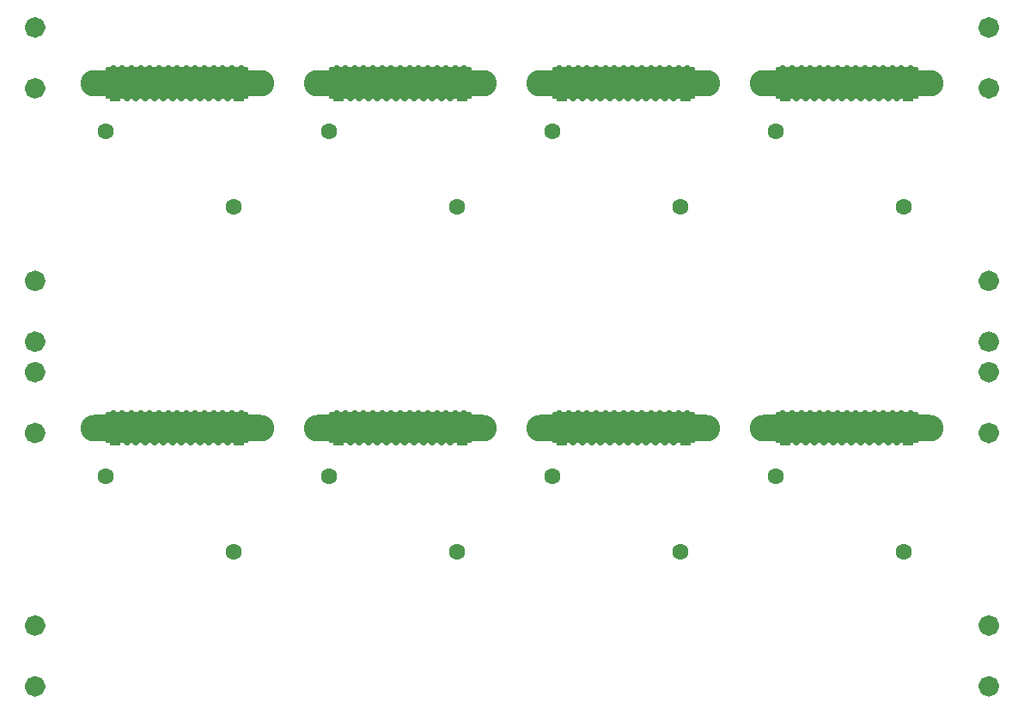
<source format=gbs>
G04 #@! TF.GenerationSoftware,KiCad,Pcbnew,8.0.2-1*
G04 #@! TF.CreationDate,2024-07-25T16:39:03+09:00*
G04 #@! TF.ProjectId,leafony-lora-abz_Panelized_Ver1.2,6c656166-6f6e-4792-9d6c-6f72612d6162,rev?*
G04 #@! TF.SameCoordinates,PX4a62f80PY7829b80*
G04 #@! TF.FileFunction,Soldermask,Bot*
G04 #@! TF.FilePolarity,Negative*
%FSLAX46Y46*%
G04 Gerber Fmt 4.6, Leading zero omitted, Abs format (unit mm)*
G04 Created by KiCad (PCBNEW 8.0.2-1) date 2024-07-25 16:39:03*
%MOMM*%
%LPD*%
G01*
G04 APERTURE LIST*
G04 Aperture macros list*
%AMRoundRect*
0 Rectangle with rounded corners*
0 $1 Rounding radius*
0 $2 $3 $4 $5 $6 $7 $8 $9 X,Y pos of 4 corners*
0 Add a 4 corners polygon primitive as box body*
4,1,4,$2,$3,$4,$5,$6,$7,$8,$9,$2,$3,0*
0 Add four circle primitives for the rounded corners*
1,1,$1+$1,$2,$3*
1,1,$1+$1,$4,$5*
1,1,$1+$1,$6,$7*
1,1,$1+$1,$8,$9*
0 Add four rect primitives between the rounded corners*
20,1,$1+$1,$2,$3,$4,$5,0*
20,1,$1+$1,$4,$5,$6,$7,0*
20,1,$1+$1,$6,$7,$8,$9,0*
20,1,$1+$1,$8,$9,$2,$3,0*%
%AMFreePoly0*
4,1,33,0.069195,0.917427,0.167101,0.881793,0.182140,0.873110,0.261953,0.806138,0.273114,0.792836,0.325209,0.702606,0.331148,0.686288,0.349240,0.583682,0.349240,0.566318,0.331148,0.463712,0.325209,0.447394,0.275000,0.360430,0.275000,-0.575000,0.260355,-0.610355,0.225000,-0.625000,-0.225000,-0.625000,-0.260355,-0.610355,-0.275000,-0.575000,-0.275000,0.360430,-0.325209,0.447394,
-0.331148,0.463712,-0.349240,0.566318,-0.349240,0.583682,-0.331148,0.686288,-0.325209,0.702606,-0.273114,0.792836,-0.261953,0.806138,-0.182140,0.873110,-0.167101,0.881793,-0.069195,0.917427,-0.052094,0.920442,0.052094,0.920442,0.069195,0.917427,0.069195,0.917427,$1*%
G04 Aperture macros list end*
%ADD10C,0.150000*%
%ADD11C,1.050000*%
%ADD12C,2.590000*%
%ADD13RoundRect,0.050000X-0.450000X-0.725000X0.450000X-0.725000X0.450000X0.725000X-0.450000X0.725000X0*%
%ADD14FreePoly0,0.000000*%
%ADD15FreePoly0,180.000000*%
%ADD16C,1.600000*%
G04 APERTURE END LIST*
D10*
X25250000Y67300000D02*
X23950000Y67300000D01*
X23950000Y69700000D01*
X25250000Y69700000D01*
X25250000Y67300000D01*
G36*
X25250000Y67300000D02*
G01*
X23950000Y67300000D01*
X23950000Y69700000D01*
X25250000Y69700000D01*
X25250000Y67300000D01*
G37*
D11*
X97525000Y49000000D02*
G75*
G02*
X96475000Y49000000I-525000J0D01*
G01*
X96475000Y49000000D02*
G75*
G02*
X97525000Y49000000I525000J0D01*
G01*
X97525000Y15000000D02*
G75*
G02*
X96475000Y15000000I-525000J0D01*
G01*
X96475000Y15000000D02*
G75*
G02*
X97525000Y15000000I525000J0D01*
G01*
X3525000Y74000000D02*
G75*
G02*
X2475000Y74000000I-525000J0D01*
G01*
X2475000Y74000000D02*
G75*
G02*
X3525000Y74000000I525000J0D01*
G01*
D10*
X91250000Y67300000D02*
X89950000Y67300000D01*
X89950000Y69700000D01*
X91250000Y69700000D01*
X91250000Y67300000D01*
G36*
X91250000Y67300000D02*
G01*
X89950000Y67300000D01*
X89950000Y69700000D01*
X91250000Y69700000D01*
X91250000Y67300000D01*
G37*
D11*
X97525000Y34000000D02*
G75*
G02*
X96475000Y34000000I-525000J0D01*
G01*
X96475000Y34000000D02*
G75*
G02*
X97525000Y34000000I525000J0D01*
G01*
D10*
X69250000Y67300000D02*
X67950000Y67300000D01*
X67950000Y69700000D01*
X69250000Y69700000D01*
X69250000Y67300000D01*
G36*
X69250000Y67300000D02*
G01*
X67950000Y67300000D01*
X67950000Y69700000D01*
X69250000Y69700000D01*
X69250000Y67300000D01*
G37*
D11*
X3525000Y15000000D02*
G75*
G02*
X2475000Y15000000I-525000J0D01*
G01*
X2475000Y15000000D02*
G75*
G02*
X3525000Y15000000I525000J0D01*
G01*
D10*
X47250000Y33300000D02*
X45950000Y33300000D01*
X45950000Y35700000D01*
X47250000Y35700000D01*
X47250000Y33300000D01*
G36*
X47250000Y33300000D02*
G01*
X45950000Y33300000D01*
X45950000Y35700000D01*
X47250000Y35700000D01*
X47250000Y33300000D01*
G37*
D11*
X3525000Y43000000D02*
G75*
G02*
X2475000Y43000000I-525000J0D01*
G01*
X2475000Y43000000D02*
G75*
G02*
X3525000Y43000000I525000J0D01*
G01*
D10*
X67950000Y67100000D02*
X54050000Y67100000D01*
X54050000Y70000000D01*
X67950000Y70000000D01*
X67950000Y67100000D01*
G36*
X67950000Y67100000D02*
G01*
X54050000Y67100000D01*
X54050000Y70000000D01*
X67950000Y70000000D01*
X67950000Y67100000D01*
G37*
X54050000Y33300000D02*
X52750000Y33300000D01*
X52750000Y35700000D01*
X54050000Y35700000D01*
X54050000Y33300000D01*
G36*
X54050000Y33300000D02*
G01*
X52750000Y33300000D01*
X52750000Y35700000D01*
X54050000Y35700000D01*
X54050000Y33300000D01*
G37*
X69250000Y33300000D02*
X67950000Y33300000D01*
X67950000Y35700000D01*
X69250000Y35700000D01*
X69250000Y33300000D01*
G36*
X69250000Y33300000D02*
G01*
X67950000Y33300000D01*
X67950000Y35700000D01*
X69250000Y35700000D01*
X69250000Y33300000D01*
G37*
X32050000Y33300000D02*
X30750000Y33300000D01*
X30750000Y35700000D01*
X32050000Y35700000D01*
X32050000Y33300000D01*
G36*
X32050000Y33300000D02*
G01*
X30750000Y33300000D01*
X30750000Y35700000D01*
X32050000Y35700000D01*
X32050000Y33300000D01*
G37*
X45950000Y67100000D02*
X32050000Y67100000D01*
X32050000Y70000000D01*
X45950000Y70000000D01*
X45950000Y67100000D01*
G36*
X45950000Y67100000D02*
G01*
X32050000Y67100000D01*
X32050000Y70000000D01*
X45950000Y70000000D01*
X45950000Y67100000D01*
G37*
D11*
X3525000Y34000000D02*
G75*
G02*
X2475000Y34000000I-525000J0D01*
G01*
X2475000Y34000000D02*
G75*
G02*
X3525000Y34000000I525000J0D01*
G01*
X3525000Y68000000D02*
G75*
G02*
X2475000Y68000000I-525000J0D01*
G01*
X2475000Y68000000D02*
G75*
G02*
X3525000Y68000000I525000J0D01*
G01*
D10*
X91250000Y33300000D02*
X89950000Y33300000D01*
X89950000Y35700000D01*
X91250000Y35700000D01*
X91250000Y33300000D01*
G36*
X91250000Y33300000D02*
G01*
X89950000Y33300000D01*
X89950000Y35700000D01*
X91250000Y35700000D01*
X91250000Y33300000D01*
G37*
X89950000Y67100000D02*
X76050000Y67100000D01*
X76050000Y70000000D01*
X89950000Y70000000D01*
X89950000Y67100000D01*
G36*
X89950000Y67100000D02*
G01*
X76050000Y67100000D01*
X76050000Y70000000D01*
X89950000Y70000000D01*
X89950000Y67100000D01*
G37*
D11*
X97525000Y68000000D02*
G75*
G02*
X96475000Y68000000I-525000J0D01*
G01*
X96475000Y68000000D02*
G75*
G02*
X97525000Y68000000I525000J0D01*
G01*
X97525000Y9000000D02*
G75*
G02*
X96475000Y9000000I-525000J0D01*
G01*
X96475000Y9000000D02*
G75*
G02*
X97525000Y9000000I525000J0D01*
G01*
D10*
X47250000Y67300000D02*
X45950000Y67300000D01*
X45950000Y69700000D01*
X47250000Y69700000D01*
X47250000Y67300000D01*
G36*
X47250000Y67300000D02*
G01*
X45950000Y67300000D01*
X45950000Y69700000D01*
X47250000Y69700000D01*
X47250000Y67300000D01*
G37*
D11*
X3525000Y9000000D02*
G75*
G02*
X2475000Y9000000I-525000J0D01*
G01*
X2475000Y9000000D02*
G75*
G02*
X3525000Y9000000I525000J0D01*
G01*
D10*
X67950000Y33100000D02*
X54050000Y33100000D01*
X54050000Y36000000D01*
X67950000Y36000000D01*
X67950000Y33100000D01*
G36*
X67950000Y33100000D02*
G01*
X54050000Y33100000D01*
X54050000Y36000000D01*
X67950000Y36000000D01*
X67950000Y33100000D01*
G37*
X89950000Y33100000D02*
X76050000Y33100000D01*
X76050000Y36000000D01*
X89950000Y36000000D01*
X89950000Y33100000D01*
G36*
X89950000Y33100000D02*
G01*
X76050000Y33100000D01*
X76050000Y36000000D01*
X89950000Y36000000D01*
X89950000Y33100000D01*
G37*
D11*
X97525000Y43000000D02*
G75*
G02*
X96475000Y43000000I-525000J0D01*
G01*
X96475000Y43000000D02*
G75*
G02*
X97525000Y43000000I525000J0D01*
G01*
D10*
X32050000Y67300000D02*
X30750000Y67300000D01*
X30750000Y69700000D01*
X32050000Y69700000D01*
X32050000Y67300000D01*
G36*
X32050000Y67300000D02*
G01*
X30750000Y67300000D01*
X30750000Y69700000D01*
X32050000Y69700000D01*
X32050000Y67300000D01*
G37*
X76050000Y67300000D02*
X74750000Y67300000D01*
X74750000Y69700000D01*
X76050000Y69700000D01*
X76050000Y67300000D01*
G36*
X76050000Y67300000D02*
G01*
X74750000Y67300000D01*
X74750000Y69700000D01*
X76050000Y69700000D01*
X76050000Y67300000D01*
G37*
X10050000Y67300000D02*
X8750000Y67300000D01*
X8750000Y69700000D01*
X10050000Y69700000D01*
X10050000Y67300000D01*
G36*
X10050000Y67300000D02*
G01*
X8750000Y67300000D01*
X8750000Y69700000D01*
X10050000Y69700000D01*
X10050000Y67300000D01*
G37*
X54050000Y67300000D02*
X52750000Y67300000D01*
X52750000Y69700000D01*
X54050000Y69700000D01*
X54050000Y67300000D01*
G36*
X54050000Y67300000D02*
G01*
X52750000Y67300000D01*
X52750000Y69700000D01*
X54050000Y69700000D01*
X54050000Y67300000D01*
G37*
D11*
X97525000Y40000000D02*
G75*
G02*
X96475000Y40000000I-525000J0D01*
G01*
X96475000Y40000000D02*
G75*
G02*
X97525000Y40000000I525000J0D01*
G01*
X3525000Y40000000D02*
G75*
G02*
X2475000Y40000000I-525000J0D01*
G01*
X2475000Y40000000D02*
G75*
G02*
X3525000Y40000000I525000J0D01*
G01*
X97525000Y74000000D02*
G75*
G02*
X96475000Y74000000I-525000J0D01*
G01*
X96475000Y74000000D02*
G75*
G02*
X97525000Y74000000I525000J0D01*
G01*
X3525000Y49000000D02*
G75*
G02*
X2475000Y49000000I-525000J0D01*
G01*
X2475000Y49000000D02*
G75*
G02*
X3525000Y49000000I525000J0D01*
G01*
D10*
X25250000Y33300000D02*
X23950000Y33300000D01*
X23950000Y35700000D01*
X25250000Y35700000D01*
X25250000Y33300000D01*
G36*
X25250000Y33300000D02*
G01*
X23950000Y33300000D01*
X23950000Y35700000D01*
X25250000Y35700000D01*
X25250000Y33300000D01*
G37*
X23950000Y33100000D02*
X10050000Y33100000D01*
X10050000Y36000000D01*
X23950000Y36000000D01*
X23950000Y33100000D01*
G36*
X23950000Y33100000D02*
G01*
X10050000Y33100000D01*
X10050000Y36000000D01*
X23950000Y36000000D01*
X23950000Y33100000D01*
G37*
X45950000Y33100000D02*
X32050000Y33100000D01*
X32050000Y36000000D01*
X45950000Y36000000D01*
X45950000Y33100000D01*
G36*
X45950000Y33100000D02*
G01*
X32050000Y33100000D01*
X32050000Y36000000D01*
X45950000Y36000000D01*
X45950000Y33100000D01*
G37*
X23950000Y67100000D02*
X10050000Y67100000D01*
X10050000Y70000000D01*
X23950000Y70000000D01*
X23950000Y67100000D01*
G36*
X23950000Y67100000D02*
G01*
X10050000Y67100000D01*
X10050000Y70000000D01*
X23950000Y70000000D01*
X23950000Y67100000D01*
G37*
X10050000Y33300000D02*
X8750000Y33300000D01*
X8750000Y35700000D01*
X10050000Y35700000D01*
X10050000Y33300000D01*
G36*
X10050000Y33300000D02*
G01*
X8750000Y33300000D01*
X8750000Y35700000D01*
X10050000Y35700000D01*
X10050000Y33300000D01*
G37*
X76050000Y33300000D02*
X74750000Y33300000D01*
X74750000Y35700000D01*
X76050000Y35700000D01*
X76050000Y33300000D01*
G36*
X76050000Y33300000D02*
G01*
X74750000Y33300000D01*
X74750000Y35700000D01*
X76050000Y35700000D01*
X76050000Y33300000D01*
G37*
D12*
X8750000Y68500000D03*
X25250000Y68500000D03*
D13*
X10925000Y67525000D03*
D14*
X10700000Y69325000D03*
D15*
X12050000Y67675000D03*
D14*
X11600000Y69325000D03*
D15*
X12950000Y67675000D03*
D14*
X12500000Y69325000D03*
D15*
X13850000Y67675000D03*
D14*
X13400000Y69325000D03*
D15*
X14750000Y67675000D03*
D14*
X14300000Y69325000D03*
D15*
X15650000Y67675000D03*
D14*
X15200000Y69325000D03*
D15*
X16550000Y67675000D03*
D14*
X16100000Y69325000D03*
D15*
X17450000Y67675000D03*
D14*
X17000000Y69325000D03*
D15*
X18350000Y67675000D03*
D14*
X17900000Y69325000D03*
D15*
X19250000Y67675000D03*
D14*
X18800000Y69325000D03*
D15*
X20150000Y67675000D03*
D14*
X19700000Y69325000D03*
D15*
X21050000Y67675000D03*
D14*
X20600000Y69325000D03*
D15*
X21950000Y67675000D03*
D14*
X21500000Y69325000D03*
D13*
X23075000Y67525000D03*
D14*
X22400000Y69325000D03*
X23300000Y69325000D03*
D12*
X74750000Y68500000D03*
X91250000Y68500000D03*
D13*
X76925000Y67525000D03*
D14*
X76700000Y69325000D03*
D15*
X78050000Y67675000D03*
D14*
X77600000Y69325000D03*
D15*
X78950000Y67675000D03*
D14*
X78500000Y69325000D03*
D15*
X79850000Y67675000D03*
D14*
X79400000Y69325000D03*
D15*
X80750000Y67675000D03*
D14*
X80300000Y69325000D03*
D15*
X81650000Y67675000D03*
D14*
X81200000Y69325000D03*
D15*
X82550000Y67675000D03*
D14*
X82100000Y69325000D03*
D15*
X83450000Y67675000D03*
D14*
X83000000Y69325000D03*
D15*
X84350000Y67675000D03*
D14*
X83900000Y69325000D03*
D15*
X85250000Y67675000D03*
D14*
X84800000Y69325000D03*
D15*
X86150000Y67675000D03*
D14*
X85700000Y69325000D03*
D15*
X87050000Y67675000D03*
D14*
X86600000Y69325000D03*
D15*
X87950000Y67675000D03*
D14*
X87500000Y69325000D03*
D13*
X89075000Y67525000D03*
D14*
X88400000Y69325000D03*
X89300000Y69325000D03*
D12*
X52750000Y68500000D03*
X69250000Y68500000D03*
D13*
X54925000Y67525000D03*
D14*
X54700000Y69325000D03*
D15*
X56050000Y67675000D03*
D14*
X55600000Y69325000D03*
D15*
X56950000Y67675000D03*
D14*
X56500000Y69325000D03*
D15*
X57850000Y67675000D03*
D14*
X57400000Y69325000D03*
D15*
X58750000Y67675000D03*
D14*
X58300000Y69325000D03*
D15*
X59650000Y67675000D03*
D14*
X59200000Y69325000D03*
D15*
X60550000Y67675000D03*
D14*
X60100000Y69325000D03*
D15*
X61450000Y67675000D03*
D14*
X61000000Y69325000D03*
D15*
X62350000Y67675000D03*
D14*
X61900000Y69325000D03*
D15*
X63250000Y67675000D03*
D14*
X62800000Y69325000D03*
D15*
X64150000Y67675000D03*
D14*
X63700000Y69325000D03*
D15*
X65050000Y67675000D03*
D14*
X64600000Y69325000D03*
D15*
X65950000Y67675000D03*
D14*
X65500000Y69325000D03*
D13*
X67075000Y67525000D03*
D14*
X66400000Y69325000D03*
X67300000Y69325000D03*
D12*
X30750000Y68500000D03*
X47250000Y68500000D03*
D13*
X32925000Y67525000D03*
D14*
X32700000Y69325000D03*
D15*
X34050000Y67675000D03*
D14*
X33600000Y69325000D03*
D15*
X34950000Y67675000D03*
D14*
X34500000Y69325000D03*
D15*
X35850000Y67675000D03*
D14*
X35400000Y69325000D03*
D15*
X36750000Y67675000D03*
D14*
X36300000Y69325000D03*
D15*
X37650000Y67675000D03*
D14*
X37200000Y69325000D03*
D15*
X38550000Y67675000D03*
D14*
X38100000Y69325000D03*
D15*
X39450000Y67675000D03*
D14*
X39000000Y69325000D03*
D15*
X40350000Y67675000D03*
D14*
X39900000Y69325000D03*
D15*
X41250000Y67675000D03*
D14*
X40800000Y69325000D03*
D15*
X42150000Y67675000D03*
D14*
X41700000Y69325000D03*
D15*
X43050000Y67675000D03*
D14*
X42600000Y69325000D03*
D15*
X43950000Y67675000D03*
D14*
X43500000Y69325000D03*
D13*
X45075000Y67525000D03*
D14*
X44400000Y69325000D03*
X45300000Y69325000D03*
D12*
X74750000Y34500000D03*
X91250000Y34500000D03*
D13*
X76925000Y33525000D03*
D14*
X76700000Y35325000D03*
D15*
X78050000Y33675000D03*
D14*
X77600000Y35325000D03*
D15*
X78950000Y33675000D03*
D14*
X78500000Y35325000D03*
D15*
X79850000Y33675000D03*
D14*
X79400000Y35325000D03*
D15*
X80750000Y33675000D03*
D14*
X80300000Y35325000D03*
D15*
X81650000Y33675000D03*
D14*
X81200000Y35325000D03*
D15*
X82550000Y33675000D03*
D14*
X82100000Y35325000D03*
D15*
X83450000Y33675000D03*
D14*
X83000000Y35325000D03*
D15*
X84350000Y33675000D03*
D14*
X83900000Y35325000D03*
D15*
X85250000Y33675000D03*
D14*
X84800000Y35325000D03*
D15*
X86150000Y33675000D03*
D14*
X85700000Y35325000D03*
D15*
X87050000Y33675000D03*
D14*
X86600000Y35325000D03*
D15*
X87950000Y33675000D03*
D14*
X87500000Y35325000D03*
D13*
X89075000Y33525000D03*
D14*
X88400000Y35325000D03*
X89300000Y35325000D03*
D12*
X52750000Y34500000D03*
X69250000Y34500000D03*
D13*
X54925000Y33525000D03*
D14*
X54700000Y35325000D03*
D15*
X56050000Y33675000D03*
D14*
X55600000Y35325000D03*
D15*
X56950000Y33675000D03*
D14*
X56500000Y35325000D03*
D15*
X57850000Y33675000D03*
D14*
X57400000Y35325000D03*
D15*
X58750000Y33675000D03*
D14*
X58300000Y35325000D03*
D15*
X59650000Y33675000D03*
D14*
X59200000Y35325000D03*
D15*
X60550000Y33675000D03*
D14*
X60100000Y35325000D03*
D15*
X61450000Y33675000D03*
D14*
X61000000Y35325000D03*
D15*
X62350000Y33675000D03*
D14*
X61900000Y35325000D03*
D15*
X63250000Y33675000D03*
D14*
X62800000Y35325000D03*
D15*
X64150000Y33675000D03*
D14*
X63700000Y35325000D03*
D15*
X65050000Y33675000D03*
D14*
X64600000Y35325000D03*
D15*
X65950000Y33675000D03*
D14*
X65500000Y35325000D03*
D13*
X67075000Y33525000D03*
D14*
X66400000Y35325000D03*
X67300000Y35325000D03*
D12*
X30750000Y34500000D03*
X47250000Y34500000D03*
D13*
X32925000Y33525000D03*
D14*
X32700000Y35325000D03*
D15*
X34050000Y33675000D03*
D14*
X33600000Y35325000D03*
D15*
X34950000Y33675000D03*
D14*
X34500000Y35325000D03*
D15*
X35850000Y33675000D03*
D14*
X35400000Y35325000D03*
D15*
X36750000Y33675000D03*
D14*
X36300000Y35325000D03*
D15*
X37650000Y33675000D03*
D14*
X37200000Y35325000D03*
D15*
X38550000Y33675000D03*
D14*
X38100000Y35325000D03*
D15*
X39450000Y33675000D03*
D14*
X39000000Y35325000D03*
D15*
X40350000Y33675000D03*
D14*
X39900000Y35325000D03*
D15*
X41250000Y33675000D03*
D14*
X40800000Y35325000D03*
D15*
X42150000Y33675000D03*
D14*
X41700000Y35325000D03*
D15*
X43050000Y33675000D03*
D14*
X42600000Y35325000D03*
D15*
X43950000Y33675000D03*
D14*
X43500000Y35325000D03*
D13*
X45075000Y33525000D03*
D14*
X44400000Y35325000D03*
X45300000Y35325000D03*
D12*
X8750000Y34500000D03*
X25250000Y34500000D03*
D13*
X10925000Y33525000D03*
D14*
X10700000Y35325000D03*
D15*
X12050000Y33675000D03*
D14*
X11600000Y35325000D03*
D15*
X12950000Y33675000D03*
D14*
X12500000Y35325000D03*
D15*
X13850000Y33675000D03*
D14*
X13400000Y35325000D03*
D15*
X14750000Y33675000D03*
D14*
X14300000Y35325000D03*
D15*
X15650000Y33675000D03*
D14*
X15200000Y35325000D03*
D15*
X16550000Y33675000D03*
D14*
X16100000Y35325000D03*
D15*
X17450000Y33675000D03*
D14*
X17000000Y35325000D03*
D15*
X18350000Y33675000D03*
D14*
X17900000Y35325000D03*
D15*
X19250000Y33675000D03*
D14*
X18800000Y35325000D03*
D15*
X20150000Y33675000D03*
D14*
X19700000Y35325000D03*
D15*
X21050000Y33675000D03*
D14*
X20600000Y35325000D03*
D15*
X21950000Y33675000D03*
D14*
X21500000Y35325000D03*
D13*
X23075000Y33525000D03*
D14*
X22400000Y35325000D03*
X23300000Y35325000D03*
D16*
X32000000Y29750000D03*
X22600000Y22300000D03*
X10000000Y29750000D03*
X66600000Y56300000D03*
X32000000Y63750000D03*
X66600000Y22300000D03*
X44600000Y56300000D03*
X76000000Y63750000D03*
X54000000Y29750000D03*
X10000000Y63750000D03*
X22600000Y56300000D03*
X88600000Y56300000D03*
X76000000Y29750000D03*
X44600000Y22300000D03*
X88600000Y22300000D03*
X54000000Y63750000D03*
M02*

</source>
